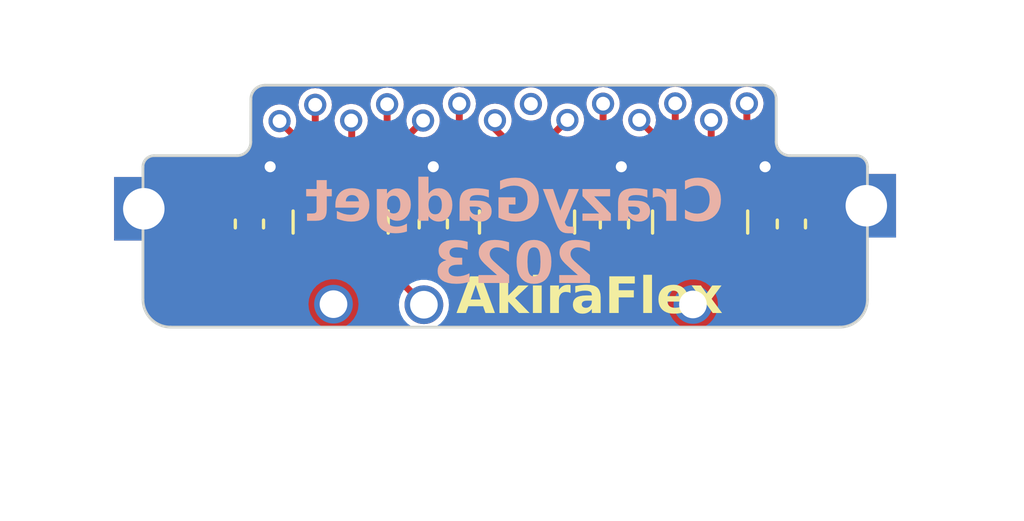
<source format=kicad_pcb>
(kicad_pcb (version 20221018) (generator pcbnew)
  (layers (0 "F.Cu" signal) (31 "B.Cu" signal) (34 "B.Paste" user) (35 "F.Paste" user) (36 "B.SilkS" user "B.Silkscreen") (37 "F.SilkS" user "F.Silkscreen") (38 "B.Mask" user) (39 "F.Mask" user) (44 "Edge.Cuts" user))
  (net 0 "")
  (net 1 "VTERM")
  (net 2 "GND")
  (net 3 "Net-(RN1-R1)")
  (net 4 "Net-(RN1-R2)")
  (net 5 "Net-(RN1-R3)")
  (net 6 "Net-(RN1-R4)")
  (net 7 "Net-(RN2-R1)")
  (net 8 "Net-(RN2-R2)")
  (net 9 "Net-(RN2-R3)")
  (net 10 "Net-(RN2-R4)")
  (net 11 "Net-(RN3-R1)")
  (net 12 "Net-(RN3-R2)")
  (net 13 "Net-(RN3-R3)")
  (net 14 "Net-(RN3-R4)")
  (net 15 "VREF")
  (footprint "Library:RAM Via 2" (layer "F.Cu") (at 143.49 92.37)
    (fp_text reference "TP15" hide)
    (fp_text value "TestPoint" hide)
    (pad "1" thru_hole circle (at 0 0) (size 1.4 1.4) (drill 1) (layers "*.Cu" "*.Mask") (net 1 "VTERM"))
  )
  (footprint "Library:R_Array_Concave_4x0603" (layer "F.Cu") (at 156.75 89.4 -90)
    (fp_text reference "RN3" hide)
    (fp_text value "R_Network04" hide)
    (fp_line (start 0.4 -1.72) (end -0.4 -1.72) (stroke (width 0.12)) (layer "F.SilkS"))
    (fp_line (start 0.4 1.72) (end -0.4 1.72) (stroke (width 0.12)) (layer "F.SilkS"))
    (pad "1" smd rect (at 0.85 -1.2 270) (size 0.9 0.4) (layers "F.Cu" "F.Paste" "F.Mask") (net 1 "VTERM"))
    (pad "1" smd rect (at 0.85 -0.4 270) (size 0.9 0.4) (layers "F.Cu" "F.Paste" "F.Mask") (net 1 "VTERM"))
    (pad "1" smd rect (at 0.85 0.4 270) (size 0.9 0.4) (layers "F.Cu" "F.Paste" "F.Mask") (net 1 "VTERM"))
    (pad "1" smd rect (at 0.85 1.2 270) (size 0.9 0.4) (layers "F.Cu" "F.Paste" "F.Mask") (net 1 "VTERM"))
    (pad "2" smd rect (at -0.85 -1.2 270) (size 0.9 0.4) (layers "F.Cu" "F.Paste" "F.Mask") (net 11 "Net-(RN3-R1)"))
    (pad "3" smd rect (at -0.85 -0.4 270) (size 0.9 0.4) (layers "F.Cu" "F.Paste" "F.Mask") (net 12 "Net-(RN3-R2)"))
    (pad "4" smd rect (at -0.85 0.4 270) (size 0.9 0.4) (layers "F.Cu" "F.Paste" "F.Mask") (net 13 "Net-(RN3-R3)"))
    (pad "5" smd rect (at -0.85 1.2 270) (size 0.9 0.4) (layers "F.Cu" "F.Paste" "F.Mask") (net 14 "Net-(RN3-R4)"))
  )
  (footprint "Library:RAM Via" (layer "F.Cu") (at 158.44 85.11)
    (fp_text reference "TP12" hide)
    (fp_text value "TestPoint" hide)
    (pad "1" thru_hole circle (at 0 0) (size 0.8 0.8) (drill 0.5) (layers "*.Cu" "*.Mask") (net 11 "Net-(RN3-R1)"))
  )
  (footprint "Capacitor_SMD:C_0603_1608Metric" (layer "F.Cu") (at 153.65 89.47 90)
    (fp_text reference "C3" hide)
    (fp_text value "C" hide)
    (fp_line (start -0.14058 -0.51) (end 0.14058 -0.51) (stroke (width 0.12)) (layer "F.SilkS"))
    (fp_line (start -0.14058 0.51) (end 0.14058 0.51) (stroke (width 0.12)) (layer "F.SilkS"))
    (pad "1" smd roundrect (at -0.775 0 90) (size 0.9 0.95) (layers "F.Cu" "F.Paste" "F.Mask") (net 1 "VTERM"))
    (pad "2" smd roundrect (at 0.775 0 90) (size 0.9 0.95) (layers "F.Cu" "F.Paste" "F.Mask") (net 2 "GND"))
  )
  (footprint "Library:RAM Via" (layer "F.Cu") (at 142.83 85.16)
    (fp_text reference "TP2" hide)
    (fp_text value "TestPoint" hide)
    (pad "1" thru_hole circle (at 0 0) (size 0.8 0.8) (drill 0.5) (layers "*.Cu" "*.Mask") (net 5 "Net-(RN1-R3)"))
  )
  (footprint "Library:RAM Via 2" (layer "F.Cu") (at 146.76 92.39)
    (fp_text reference "TP17" hide)
    (fp_text value "TestPoint" hide)
    (pad "1" thru_hole circle (at 0 0) (size 1.4 1.4) (drill 1) (layers "*.Cu" "*.Mask") (net 15 "VREF"))
  )
  (footprint "Library:RAM Via" (layer "F.Cu") (at 141.54 85.75)
    (fp_text reference "TP1" hide)
    (fp_text value "TestPoint" hide)
    (pad "1" thru_hole circle (at 0 0) (size 0.8 0.8) (drill 0.5) (layers "*.Cu" "*.Mask") (net 6 "Net-(RN1-R4)"))
  )
  (footprint "Library:RAM Via" (layer "F.Cu") (at 148.04 85.12)
    (fp_text reference "TP5" hide)
    (fp_text value "TestPoint" hide)
    (pad "1" thru_hole circle (at 0 0) (size 0.8 0.8) (drill 0.5) (layers "*.Cu" "*.Mask") (net 10 "Net-(RN2-R4)"))
  )
  (footprint "Library:RAM Via" (layer "F.Cu") (at 146.73 85.73)
    (fp_text reference "TP18" hide)
    (fp_text value "TestPoint" hide)
    (pad "1" thru_hole circle (at 0 0) (size 0.8 0.8) (drill 0.5) (layers "*.Cu" "*.Mask") (net 15 "VREF"))
  )
  (footprint "Library:R_Array_Concave_4x0603" (layer "F.Cu") (at 143.75 89.4 -90)
    (fp_text reference "RN1" hide)
    (fp_text value "R_Network04" hide)
    (fp_line (start 0.4 -1.72) (end -0.4 -1.72) (stroke (width 0.12)) (layer "F.SilkS"))
    (fp_line (start 0.4 1.72) (end -0.4 1.72) (stroke (width 0.12)) (layer "F.SilkS"))
    (pad "1" smd rect (at 0.85 -1.2 270) (size 0.9 0.4) (layers "F.Cu" "F.Paste" "F.Mask") (net 1 "VTERM"))
    (pad "1" smd rect (at 0.85 -0.4 270) (size 0.9 0.4) (layers "F.Cu" "F.Paste" "F.Mask") (net 1 "VTERM"))
    (pad "1" smd rect (at 0.85 0.4 270) (size 0.9 0.4) (layers "F.Cu" "F.Paste" "F.Mask") (net 1 "VTERM"))
    (pad "1" smd rect (at 0.85 1.2 270) (size 0.9 0.4) (layers "F.Cu" "F.Paste" "F.Mask") (net 1 "VTERM"))
    (pad "2" smd rect (at -0.85 -1.2 270) (size 0.9 0.4) (layers "F.Cu" "F.Paste" "F.Mask") (net 3 "Net-(RN1-R1)"))
    (pad "3" smd rect (at -0.85 -0.4 270) (size 0.9 0.4) (layers "F.Cu" "F.Paste" "F.Mask") (net 4 "Net-(RN1-R2)"))
    (pad "4" smd rect (at -0.85 0.4 270) (size 0.9 0.4) (layers "F.Cu" "F.Paste" "F.Mask") (net 5 "Net-(RN1-R3)"))
    (pad "5" smd rect (at -0.85 1.2 270) (size 0.9 0.4) (layers "F.Cu" "F.Paste" "F.Mask") (net 6 "Net-(RN1-R4)"))
  )
  (footprint "Library:RAM Via 2" (layer "F.Cu") (at 156.49 92.38)
    (fp_text reference "TP16" hide)
    (fp_text value "TestPoint" hide)
    (pad "1" thru_hole circle (at 0 0) (size 1.4 1.4) (drill 1) (layers "*.Cu" "*.Mask") (net 1 "VTERM"))
  )
  (footprint "Library:RAM Via" (layer "F.Cu") (at 149.33 85.72)
    (fp_text reference "TP6" hide)
    (fp_text value "TestPoint" hide)
    (pad "1" thru_hole circle (at 0 0) (size 0.8 0.8) (drill 0.5) (layers "*.Cu" "*.Mask") (net 9 "Net-(RN2-R3)"))
  )
  (footprint "Library:RAM Via" (layer "F.Cu") (at 144.13 85.73)
    (fp_text reference "TP3" hide)
    (fp_text value "TestPoint" hide)
    (pad "1" thru_hole circle (at 0 0) (size 0.8 0.8) (drill 0.5) (layers "*.Cu" "*.Mask") (net 4 "Net-(RN1-R2)"))
  )
  (footprint "Library:RAM Via" (layer "F.Cu") (at 155.85 85.11)
    (fp_text reference "TP10" hide)
    (fp_text value "TestPoint" hide)
    (pad "1" thru_hole circle (at 0 0) (size 0.8 0.8) (drill 0.5) (layers "*.Cu" "*.Mask") (net 13 "Net-(RN3-R3)"))
  )
  (footprint "Library:RAM Via" (layer "F.Cu") (at 151.95 85.71)
    (fp_text reference "TP7" hide)
    (fp_text value "TestPoint" hide)
    (pad "1" thru_hole circle (at 0 0) (size 0.8 0.8) (drill 0.5) (layers "*.Cu" "*.Mask") (net 8 "Net-(RN2-R2)"))
  )
  (footprint "Library:RAM Via" (layer "F.Cu") (at 154.55 85.71)
    (fp_text reference "TP9" hide)
    (fp_text value "TestPoint" hide)
    (pad "1" thru_hole circle (at 0 0) (size 0.8 0.8) (drill 0.5) (layers "*.Cu" "*.Mask") (net 14 "Net-(RN3-R4)"))
  )
  (footprint "Library:R_Array_Concave_4x0603" (layer "F.Cu") (at 150.49 89.4 -90)
    (fp_text reference "RN2" hide)
    (fp_text value "R_Network04" hide)
    (fp_line (start 0.4 -1.72) (end -0.4 -1.72) (stroke (width 0.12)) (layer "F.SilkS"))
    (fp_line (start 0.4 1.72) (end -0.4 1.72) (stroke (width 0.12)) (layer "F.SilkS"))
    (pad "1" smd rect (at 0.85 -1.2 270) (size 0.9 0.4) (layers "F.Cu" "F.Paste" "F.Mask") (net 1 "VTERM"))
    (pad "1" smd rect (at 0.85 -0.4 270) (size 0.9 0.4) (layers "F.Cu" "F.Paste" "F.Mask") (net 1 "VTERM"))
    (pad "1" smd rect (at 0.85 0.4 270) (size 0.9 0.4) (layers "F.Cu" "F.Paste" "F.Mask") (net 1 "VTERM"))
    (pad "1" smd rect (at 0.85 1.2 270) (size 0.9 0.4) (layers "F.Cu" "F.Paste" "F.Mask") (net 1 "VTERM"))
    (pad "2" smd rect (at -0.85 -1.2 270) (size 0.9 0.4) (layers "F.Cu" "F.Paste" "F.Mask") (net 7 "Net-(RN2-R1)"))
    (pad "3" smd rect (at -0.85 -0.4 270) (size 0.9 0.4) (layers "F.Cu" "F.Paste" "F.Mask") (net 8 "Net-(RN2-R2)"))
    (pad "4" smd rect (at -0.85 0.4 270) (size 0.9 0.4) (layers "F.Cu" "F.Paste" "F.Mask") (net 9 "Net-(RN2-R3)"))
    (pad "5" smd rect (at -0.85 1.2 270) (size 0.9 0.4) (layers "F.Cu" "F.Paste" "F.Mask") (net 10 "Net-(RN2-R4)"))
  )
  (footprint "Library:RAM GND" (layer "F.Cu") (at 136.63 88.92)
    (fp_text reference "TP13" hide)
    (fp_text value "TestPoint" hide)
    (pad "1" thru_hole rect (at 0 0) (size 2.15 2.3) (drill 1.5) (layers "*.Cu" "*.Mask") (net 2 "GND"))
  )
  (footprint "Capacitor_SMD:C_0603_1608Metric" (layer "F.Cu") (at 160.05 89.47 90)
    (fp_text reference "C4" hide)
    (fp_text value "C" hide)
    (fp_line (start -0.14058 -0.51) (end 0.14058 -0.51) (stroke (width 0.12)) (layer "F.SilkS"))
    (fp_line (start -0.14058 0.51) (end 0.14058 0.51) (stroke (width 0.12)) (layer "F.SilkS"))
    (pad "1" smd roundrect (at -0.775 0 90) (size 0.9 0.95) (layers "F.Cu" "F.Paste" "F.Mask") (net 1 "VTERM"))
    (pad "2" smd roundrect (at 0.775 0 90) (size 0.9 0.95) (layers "F.Cu" "F.Paste" "F.Mask") (net 2 "GND"))
  )
  (footprint "Library:RAM Via" (layer "F.Cu") (at 157.15 85.71)
    (fp_text reference "TP11" hide)
    (fp_text value "TestPoint" hide)
    (pad "1" thru_hole circle (at 0 0) (size 0.8 0.8) (drill 0.5) (layers "*.Cu" "*.Mask") (net 12 "Net-(RN3-R2)"))
  )
  (footprint "Library:RAM GND" (layer "F.Cu") (at 162.76 88.81)
    (fp_text reference "TP14" hide)
    (fp_text value "TestPoint" hide)
    (pad "1" thru_hole rect (at 0 0) (size 2.15 2.3) (drill 1.5) (layers "*.Cu" "*.Mask") (net 2 "GND"))
  )
  (footprint "Capacitor_SMD:C_0603_1608Metric" (layer "F.Cu") (at 147.1 89.47 90)
    (fp_text reference "C2" hide)
    (fp_text value "C" hide)
    (fp_line (start -0.14058 -0.51) (end 0.14058 -0.51) (stroke (width 0.12)) (layer "F.SilkS"))
    (fp_line (start -0.14058 0.51) (end 0.14058 0.51) (stroke (width 0.12)) (layer "F.SilkS"))
    (pad "1" smd roundrect (at -0.775 0 90) (size 0.9 0.95) (layers "F.Cu" "F.Paste" "F.Mask") (net 1 "VTERM"))
    (pad "2" smd roundrect (at 0.775 0 90) (size 0.9 0.95) (layers "F.Cu" "F.Paste" "F.Mask") (net 2 "GND"))
  )
  (footprint "Library:RAM Via" (layer "F.Cu") (at 145.43 85.14)
    (fp_text reference "TP4" hide)
    (fp_text value "TestPoint" hide)
    (pad "1" thru_hole circle (at 0 0) (size 0.8 0.8) (drill 0.5) (layers "*.Cu" "*.Mask") (net 3 "Net-(RN1-R1)"))
  )
  (footprint "Library:RAM Via" (layer "F.Cu") (at 153.24 85.12)
    (fp_text reference "TP8" hide)
    (fp_text value "TestPoint" hide)
    (pad "1" thru_hole circle (at 0 0) (size 0.8 0.8) (drill 0.5) (layers "*.Cu" "*.Mask") (net 7 "Net-(RN2-R1)"))
  )
  (footprint "Library:RAM Via" (layer "F.Cu") (at 150.63 85.13)
    (fp_text reference "REF**" hide)
    (fp_text value "RAM Via" hide)
    (pad "1" thru_hole circle (at 0 0) (size 0.8 0.8) (drill 0.5) (layers "*.Cu" "*.Mask"))
  )
  (footprint "Capacitor_SMD:C_0603_1608Metric" (layer "F.Cu") (at 140.45 89.47 90)
    (fp_text reference "C1" hide)
    (fp_text value "C" hide)
    (fp_line (start -0.14058 -0.51) (end 0.14058 -0.51) (stroke (width 0.12)) (layer "F.SilkS"))
    (fp_line (start -0.14058 0.51) (end 0.14058 0.51) (stroke (width 0.12)) (layer "F.SilkS"))
    (pad "1" smd roundrect (at -0.775 0 90) (size 0.9 0.95) (layers "F.Cu" "F.Paste" "F.Mask") (net 1 "VTERM"))
    (pad "2" smd roundrect (at 0.775 0 90) (size 0.9 0.95) (layers "F.Cu" "F.Paste" "F.Mask") (net 2 "GND"))
  )
  (gr_line (start 162.8 87.4) (end 162.8 92.2) (stroke (width 0.1)) (layer "Edge.Cuts"))
  (gr_arc (start 160 87) (mid 159.646447 86.853553) (end 159.5 86.5) (stroke (width 0.1)) (layer "Edge.Cuts"))
  (gr_arc (start 162.4 87) (mid 162.682843 87.117157) (end 162.8 87.4) (stroke (width 0.1)) (layer "Edge.Cuts"))
  (gr_arc (start 140.503553 84.953553) (mid 140.65 84.6) (end 141.003553 84.453553) (stroke (width 0.1)) (layer "Edge.Cuts"))
  (gr_line (start 141 84.45) (end 159 84.45) (stroke (width 0.1)) (layer "Edge.Cuts"))
  (gr_arc (start 136.6 87.4) (mid 136.717157 87.117157) (end 137 87) (stroke (width 0.1)) (layer "Edge.Cuts"))
  (gr_arc (start 162.8 92.2) (mid 162.507107 92.907107) (end 161.8 93.2) (stroke (width 0.1)) (layer "Edge.Cuts"))
  (gr_arc (start 140.5 86.5) (mid 140.353553 86.853553) (end 140 87) (stroke (width 0.1)) (layer "Edge.Cuts"))
  (gr_line (start 162.4 87) (end 160 87) (stroke (width 0.1)) (layer "Edge.Cuts"))
  (gr_line (start 140 87) (end 137 87) (stroke (width 0.1)) (layer "Edge.Cuts"))
  (gr_arc (start 159 84.45) (mid 159.353553 84.596447) (end 159.5 84.95) (stroke (width 0.1)) (layer "Edge.Cuts"))
  (gr_line (start 136.6 92.2) (end 136.6 87.4) (stroke (width 0.1)) (layer "Edge.Cuts"))
  (gr_line (start 161.8 93.2) (end 137.6 93.2) (stroke (width 0.1)) (layer "Edge.Cuts"))
  (gr_arc (start 137.6 93.2) (mid 136.892893 92.907107) (end 136.6 92.2) (stroke (width 0.1)) (layer "Edge.Cuts"))
  (gr_line (start 140.503553 84.953553) (end 140.5 86.5) (stroke (width 0.1)) (layer "Edge.Cuts"))
  (gr_line (start 159.5 86.5) (end 159.5 84.95) (stroke (width 0.1)) (layer "Edge.Cuts"))
  (gr_text "2023" (at 150.01 91.86) (layer "B.SilkS") (effects (font (size 1.5 1.5)) (justify bottom mirror)))
  (gr_text "CrazyGadget" (at 150.03 89.61) (layer "B.SilkS") (effects (font (size 1.5 1.5)) (justify bottom mirror)))
  (gr_text "AkiraFlex" (at 147.93 92.91) (layer "F.SilkS") (effects (font (size 1.3 1.3)) (justify left bottom)))
  (via (at 141.2 87.4) (size 0.8) (drill 0.4) (layers "F.Cu" "B.Cu") (net 2))
  (via (at 159.1 87.4) (size 0.8) (drill 0.4) (layers "F.Cu" "B.Cu") (net 2))
  (via (at 153.9 87.4) (size 0.8) (drill 0.4) (layers "F.Cu" "B.Cu") (net 2))
  (via (at 147.1 87.4) (size 0.8) (drill 0.4) (layers "F.Cu" "B.Cu") (net 2))
  (segment (start 145.43 86.045) (end 145.43 85.14) (width 0.25) (layer "F.Cu") (net 3))
  (segment (start 144.95 86.525) (end 145.43 86.045) (width 0.25) (layer "F.Cu") (net 3))
  (segment (start 144.95 88.55) (end 144.95 86.525) (width 0.25) (layer "F.Cu") (net 3))
  (segment (start 144.15 88.55) (end 144.15 85.75) (width 0.25) (layer "F.Cu") (net 4))
  (segment (start 144.15 85.75) (end 144.13 85.73) (width 0.25) (layer "F.Cu") (net 4))
  (segment (start 143.35 88.55) (end 143.35 86.525) (width 0.25) (layer "F.Cu") (net 5))
  (segment (start 143.35 86.525) (end 142.83 86.005) (width 0.25) (layer "F.Cu") (net 5))
  (segment (start 142.83 86.005) (end 142.83 85.16) (width 0.25) (layer "F.Cu") (net 5))
  (segment (start 142.55 86.76) (end 141.54 85.75) (width 0.25) (layer "F.Cu") (net 6))
  (segment (start 142.55 88.55) (end 142.55 86.76) (width 0.25) (layer "F.Cu") (net 6))
  (segment (start 151.69 88.55) (end 151.69 87.86) (width 0.25) (layer "F.Cu") (net 7))
  (segment (start 151.69 87.86) (end 153.24 86.31) (width 0.25) (layer "F.Cu") (net 7))
  (segment (start 153.24 86.31) (end 153.24 85.12) (width 0.25) (layer "F.Cu") (net 7))
  (segment (start 150.89 88.55) (end 150.89 86.77) (width 0.25) (layer "F.Cu") (net 8))
  (segment (start 150.89 86.77) (end 151.95 85.71) (width 0.25) (layer "F.Cu") (net 8))
  (segment (start 149.33 86.03) (end 149.33 85.72) (width 0.25) (layer "F.Cu") (net 9))
  (segment (start 150.09 86.79) (end 149.33 86.03) (width 0.25) (layer "F.Cu") (net 9))
  (segment (start 150.09 88.55) (end 150.09 86.79) (width 0.25) (layer "F.Cu") (net 9))
  (segment (start 148.04 86.59) (end 149.29 87.84) (width 0.25) (layer "F.Cu") (net 10))
  (segment (start 147.95 85.21) (end 148.04 85.12) (width 0.25) (layer "F.Cu") (net 10))
  (segment (start 149.29 87.84) (end 149.29 88.55) (width 0.25) (layer "F.Cu") (net 10))
  (segment (start 148.04 85.12) (end 148.04 86.59) (width 0.25) (layer "F.Cu") (net 10))
  (segment (start 158.44 85.96) (end 158.44 85.1) (width 0.25) (layer "F.Cu") (net 11))
  (segment (start 157.95 86.45) (end 158.44 85.96) (width 0.25) (layer "F.Cu") (net 11))
  (segment (start 157.95 88.55) (end 157.95 86.45) (width 0.25) (layer "F.Cu") (net 11))
  (segment (start 157.15 88.55) (end 157.15 85.71) (width 0.25) (layer "F.Cu") (net 12))
  (segment (start 156.35 86.5) (end 155.85 86) (width 0.25) (layer "F.Cu") (net 13))
  (segment (start 155.85 86) (end 155.85 85.1) (width 0.25) (layer "F.Cu") (net 13))
  (segment (start 156.35 88.55) (end 156.35 86.5) (width 0.25) (layer "F.Cu") (net 13))
  (segment (start 155.55 88.55) (end 155.55 86.71) (width 0.25) (layer "F.Cu") (net 14))
  (segment (start 155.55 86.71) (end 154.55 85.71) (width 0.25) (layer "F.Cu") (net 14))
  (segment (start 146.76 92.39) (end 146 91.63) (width 0.25) (layer "F.Cu") (net 15))
  (segment (start 146 86.46) (end 146.73 85.73) (width 0.25) (layer "F.Cu") (net 15))
  (segment (start 146 91.63) (end 146 86.46) (width 0.25) (layer "F.Cu") (net 15))
  (zone (net 1) (net_name "VTERM") (layer "F.Cu") (priority 1) (connect_pads yes (clearance 0.5)) (min_thickness 0.25) (fill yes (thermal_gap 0.5) (thermal_bridge_width 0.5))
    (polygon (pts (xy 139.9 89.9) (xy 160.6 89.9) (xy 160.6 90.9) (xy 158.3 93.2) (xy 142.1 93.2) (xy 139.9 91)))
  )
  (zone (net 2) (net_name "GND") (layers "F&B.Cu") (connect_pads yes (clearance 0.2)) (min_thickness 0.05) (fill yes (thermal_gap 0.5) (thermal_bridge_width 0.5))
    (polygon (pts (xy 134.8 84) (xy 164.3 84) (xy 164.3 94.8) (xy 134.8 94.8)))
  )
)
</source>
